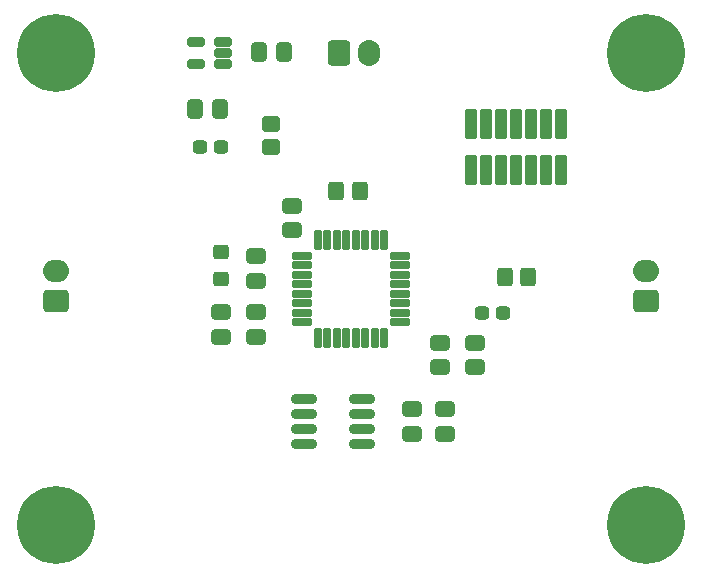
<source format=gbr>
%TF.GenerationSoftware,KiCad,Pcbnew,(6.0.11)*%
%TF.CreationDate,2023-02-16T17:23:01+01:00*%
%TF.ProjectId,microProc,6d696372-6f50-4726-9f63-2e6b69636164,rev?*%
%TF.SameCoordinates,Original*%
%TF.FileFunction,Soldermask,Top*%
%TF.FilePolarity,Negative*%
%FSLAX46Y46*%
G04 Gerber Fmt 4.6, Leading zero omitted, Abs format (unit mm)*
G04 Created by KiCad (PCBNEW (6.0.11)) date 2023-02-16 17:23:01*
%MOMM*%
%LPD*%
G01*
G04 APERTURE LIST*
G04 Aperture macros list*
%AMRoundRect*
0 Rectangle with rounded corners*
0 $1 Rounding radius*
0 $2 $3 $4 $5 $6 $7 $8 $9 X,Y pos of 4 corners*
0 Add a 4 corners polygon primitive as box body*
4,1,4,$2,$3,$4,$5,$6,$7,$8,$9,$2,$3,0*
0 Add four circle primitives for the rounded corners*
1,1,$1+$1,$2,$3*
1,1,$1+$1,$4,$5*
1,1,$1+$1,$6,$7*
1,1,$1+$1,$8,$9*
0 Add four rect primitives between the rounded corners*
20,1,$1+$1,$2,$3,$4,$5,0*
20,1,$1+$1,$4,$5,$6,$7,0*
20,1,$1+$1,$6,$7,$8,$9,0*
20,1,$1+$1,$8,$9,$2,$3,0*%
G04 Aperture macros list end*
%ADD10C,6.600000*%
%ADD11RoundRect,0.250000X0.825000X0.150000X-0.825000X0.150000X-0.825000X-0.150000X0.825000X-0.150000X0*%
%ADD12RoundRect,0.250000X0.512500X0.150000X-0.512500X0.150000X-0.512500X-0.150000X0.512500X-0.150000X0*%
%ADD13RoundRect,0.225000X-0.625000X-0.125000X0.625000X-0.125000X0.625000X0.125000X-0.625000X0.125000X0*%
%ADD14RoundRect,0.225000X-0.125000X-0.625000X0.125000X-0.625000X0.125000X0.625000X-0.125000X0.625000X0*%
%ADD15RoundRect,0.350000X0.450000X-0.350000X0.450000X0.350000X-0.450000X0.350000X-0.450000X-0.350000X0*%
%ADD16RoundRect,0.350000X-0.350000X-0.450000X0.350000X-0.450000X0.350000X0.450000X-0.350000X0.450000X0*%
%ADD17RoundRect,0.350000X0.350000X-0.275000X0.350000X0.275000X-0.350000X0.275000X-0.350000X-0.275000X0*%
%ADD18RoundRect,0.100000X-0.370000X1.200000X-0.370000X-1.200000X0.370000X-1.200000X0.370000X1.200000X0*%
%ADD19RoundRect,0.350000X0.750000X-0.600000X0.750000X0.600000X-0.750000X0.600000X-0.750000X-0.600000X0*%
%ADD20O,2.200000X1.900000*%
%ADD21RoundRect,0.350000X-0.600000X-0.750000X0.600000X-0.750000X0.600000X0.750000X-0.600000X0.750000X0*%
%ADD22O,1.900000X2.200000*%
%ADD23RoundRect,0.337500X0.287500X0.237500X-0.287500X0.237500X-0.287500X-0.237500X0.287500X-0.237500X0*%
%ADD24RoundRect,0.350000X-0.475000X0.337500X-0.475000X-0.337500X0.475000X-0.337500X0.475000X0.337500X0*%
%ADD25RoundRect,0.350000X-0.337500X-0.475000X0.337500X-0.475000X0.337500X0.475000X-0.337500X0.475000X0*%
%ADD26RoundRect,0.350000X0.337500X0.475000X-0.337500X0.475000X-0.337500X-0.475000X0.337500X-0.475000X0*%
%ADD27RoundRect,0.350000X0.475000X-0.337500X0.475000X0.337500X-0.475000X0.337500X-0.475000X-0.337500X0*%
G04 APERTURE END LIST*
D10*
%TO.C,H4*%
X107000000Y-95000000D03*
%TD*%
%TO.C,H3*%
X157000000Y-95000000D03*
%TD*%
%TO.C,H2*%
X157000000Y-55000000D03*
%TD*%
%TO.C,H1*%
X107000000Y-55000000D03*
%TD*%
D11*
%TO.C,U3*%
X132975000Y-88105000D03*
X132975000Y-86835000D03*
X132975000Y-85565000D03*
X132975000Y-84295000D03*
X128025000Y-84295000D03*
X128025000Y-85565000D03*
X128025000Y-86835000D03*
X128025000Y-88105000D03*
%TD*%
D12*
%TO.C,U2*%
X121137500Y-55950000D03*
X121137500Y-55000000D03*
X121137500Y-54050000D03*
X118862500Y-54050000D03*
X118862500Y-55950000D03*
%TD*%
D13*
%TO.C,U1*%
X127825000Y-72200000D03*
X127825000Y-73000000D03*
X127825000Y-73800000D03*
X127825000Y-74600000D03*
X127825000Y-75400000D03*
X127825000Y-76200000D03*
X127825000Y-77000000D03*
X127825000Y-77800000D03*
D14*
X129200000Y-79175000D03*
X130000000Y-79175000D03*
X130800000Y-79175000D03*
X131600000Y-79175000D03*
X132400000Y-79175000D03*
X133200000Y-79175000D03*
X134000000Y-79175000D03*
X134800000Y-79175000D03*
D13*
X136175000Y-77800000D03*
X136175000Y-77000000D03*
X136175000Y-76200000D03*
X136175000Y-75400000D03*
X136175000Y-74600000D03*
X136175000Y-73800000D03*
X136175000Y-73000000D03*
X136175000Y-72200000D03*
D14*
X134800000Y-70825000D03*
X134000000Y-70825000D03*
X133200000Y-70825000D03*
X132400000Y-70825000D03*
X131600000Y-70825000D03*
X130800000Y-70825000D03*
X130000000Y-70825000D03*
X129200000Y-70825000D03*
%TD*%
D15*
%TO.C,R3*%
X125265000Y-63000000D03*
X125265000Y-61000000D03*
%TD*%
D16*
%TO.C,R2*%
X130735000Y-66735000D03*
X132735000Y-66735000D03*
%TD*%
%TO.C,R1*%
X145000000Y-74000000D03*
X147000000Y-74000000D03*
%TD*%
D17*
%TO.C,L1*%
X121000000Y-71850000D03*
X121000000Y-74150000D03*
%TD*%
D18*
%TO.C,J4*%
X142190000Y-64900000D03*
X142190000Y-61000000D03*
X143460000Y-64900000D03*
X143460000Y-61000000D03*
X144730000Y-64900000D03*
X144730000Y-61000000D03*
X146000000Y-64900000D03*
X146000000Y-61000000D03*
X147270000Y-64900000D03*
X147270000Y-61000000D03*
X148540000Y-64900000D03*
X148540000Y-61000000D03*
X149810000Y-64900000D03*
X149810000Y-61000000D03*
%TD*%
D19*
%TO.C,J3*%
X157000000Y-76000000D03*
D20*
X157000000Y-73500000D03*
%TD*%
D19*
%TO.C,J2*%
X107000000Y-76000000D03*
D20*
X107000000Y-73500000D03*
%TD*%
D21*
%TO.C,J1*%
X131000000Y-55000000D03*
D22*
X133500000Y-55000000D03*
%TD*%
D23*
%TO.C,D2*%
X121000000Y-63000000D03*
X119250000Y-63000000D03*
%TD*%
%TO.C,D1*%
X144875000Y-77000000D03*
X143125000Y-77000000D03*
%TD*%
D24*
%TO.C,C10*%
X140000000Y-85162500D03*
X140000000Y-87237500D03*
%TD*%
%TO.C,C9*%
X137205000Y-87237500D03*
X137205000Y-85162500D03*
%TD*%
D25*
%TO.C,C8*%
X118821248Y-59735000D03*
X120896248Y-59735000D03*
%TD*%
D26*
%TO.C,C7*%
X126302500Y-54962500D03*
X124227500Y-54962500D03*
%TD*%
D24*
%TO.C,C6*%
X121000000Y-79037500D03*
X121000000Y-76962500D03*
%TD*%
%TO.C,C5*%
X124000000Y-79037500D03*
X124000000Y-76962500D03*
%TD*%
D27*
%TO.C,C4*%
X124000000Y-74298752D03*
X124000000Y-72223752D03*
%TD*%
%TO.C,C3*%
X127000000Y-67962500D03*
X127000000Y-70037500D03*
%TD*%
D24*
%TO.C,C2*%
X139500000Y-81637500D03*
X139500000Y-79562500D03*
%TD*%
%TO.C,C1*%
X142500000Y-81637500D03*
X142500000Y-79562500D03*
%TD*%
M02*

</source>
